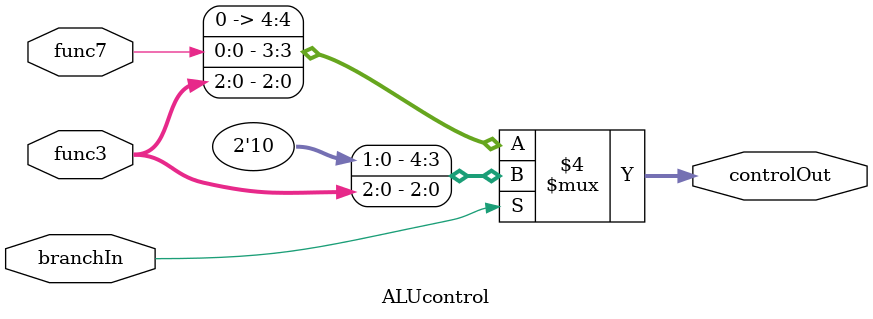
<source format=v>


`timescale 1ns/10ps

module ALUcontrol (
    func3,
    func7,
    branchIn,
    controlOut
);


input [2:0] func3;
input [0:0] func7;
input [0:0] branchIn;
output [4:0] controlOut;
reg [4:0] controlOut;




always @(branchIn, func7, func3) begin: ALUCONTROL_CONTROL
    if ((branchIn == 1)) begin
        controlOut = {2, func3};
    end
    else begin
        controlOut = {0, func7, func3};
    end
end

endmodule

</source>
